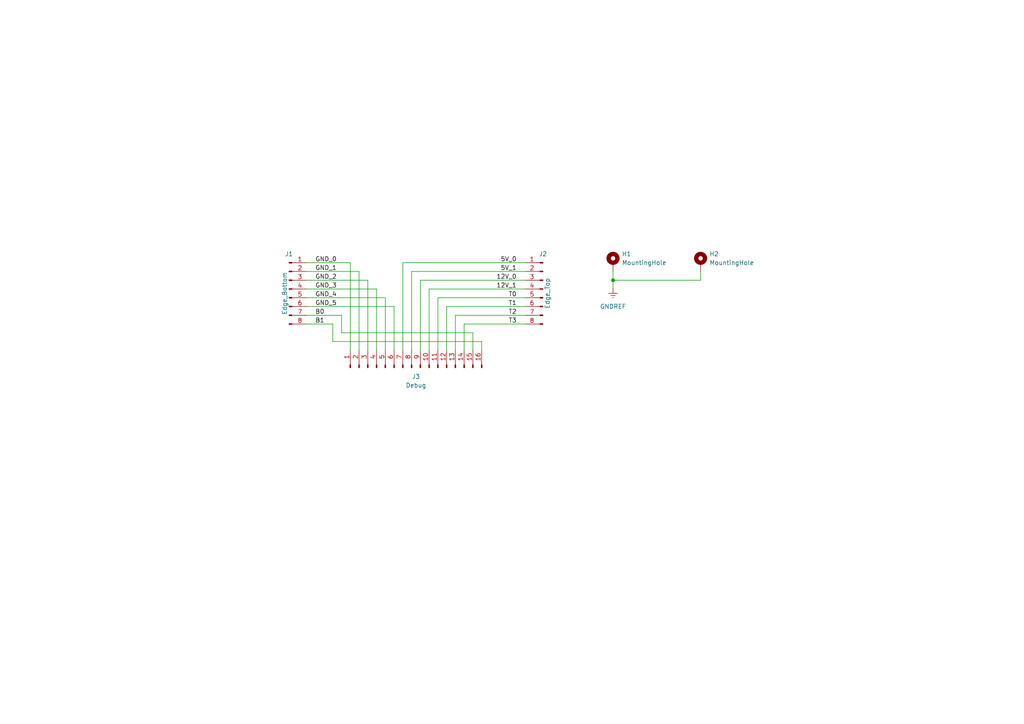
<source format=kicad_sch>
(kicad_sch (version 20250114) (generator "eeschema") (generator_version "9.0")
  (paper "A4")
  (lib_symbols
    (symbol "Connector:Conn_01x08_Pin" (pin_names (offset 1.016) (hide yes))
      (property "Reference" "J" (at 0 10.16 0))
      (property "Value" "Conn_01x08_Pin" (at 0 -12.7 0))
      (symbol "Conn_01x08_Pin_1_1"
        (rectangle (start 0.8636 7.747) (end 0 7.493) (stroke (width 0.1524)) (fill (type outline)))
        (rectangle (start 0.8636 5.207) (end 0 4.953) (stroke (width 0.1524)) (fill (type outline)))
        (rectangle (start 0.8636 2.667) (end 0 2.413) (stroke (width 0.1524)) (fill (type outline)))
        (rectangle (start 0.8636 0.127) (end 0 -0.127) (stroke (width 0.1524)) (fill (type outline)))
        (rectangle (start 0.8636 -2.413) (end 0 -2.667) (stroke (width 0.1524)) (fill (type outline)))
        (rectangle (start 0.8636 -4.953) (end 0 -5.207) (stroke (width 0.1524)) (fill (type outline)))
        (rectangle (start 0.8636 -7.493) (end 0 -7.747) (stroke (width 0.1524)) (fill (type outline)))
        (rectangle (start 0.8636 -10.033) (end 0 -10.287) (stroke (width 0.1524)) (fill (type outline)))
        (polyline (pts (xy 1.27 7.62) (xy 0.8636 7.62)) (stroke (width 0.1524)))
        (polyline (pts (xy 1.27 5.08) (xy 0.8636 5.08)) (stroke (width 0.1524)))
        (polyline (pts (xy 1.27 2.54) (xy 0.8636 2.54)) (stroke (width 0.1524)))
        (polyline (pts (xy 1.27 0) (xy 0.8636 0)) (stroke (width 0.1524)))
        (polyline (pts (xy 1.27 -2.54) (xy 0.8636 -2.54)) (stroke (width 0.1524)))
        (polyline (pts (xy 1.27 -5.08) (xy 0.8636 -5.08)) (stroke (width 0.1524)))
        (polyline (pts (xy 1.27 -7.62) (xy 0.8636 -7.62)) (stroke (width 0.1524)))
        (polyline (pts (xy 1.27 -10.16) (xy 0.8636 -10.16)) (stroke (width 0.1524)))
        (pin passive line (at 5.08 7.62 180) (length 3.81) (name "Pin_1") (number "1"))
        (pin passive line (at 5.08 5.08 180) (length 3.81) (name "Pin_2") (number "2"))
        (pin passive line (at 5.08 2.54 180) (length 3.81) (name "Pin_3") (number "3"))
        (pin passive line (at 5.08 0 180) (length 3.81) (name "Pin_4") (number "4"))
        (pin passive line (at 5.08 -2.54 180) (length 3.81) (name "Pin_5") (number "5"))
        (pin passive line (at 5.08 -5.08 180) (length 3.81) (name "Pin_6") (number "6"))
        (pin passive line (at 5.08 -7.62 180) (length 3.81) (name "Pin_7") (number "7"))
        (pin passive line (at 5.08 -10.16 180) (length 3.81) (name "Pin_8") (number "8"))
      )
    )
    (symbol "Connector:Conn_01x16_Pin" (pin_names (offset 1.016) (hide yes))
      (property "Reference" "J" (at 0 20.32 0))
      (property "Value" "Conn_01x16_Pin" (at 0 -22.86 0))
      (symbol "Conn_01x16_Pin_1_1"
        (rectangle (start 0.8636 17.907) (end 0 17.653) (stroke (width 0.1524)) (fill (type outline)))
        (rectangle (start 0.8636 15.367) (end 0 15.113) (stroke (width 0.1524)) (fill (type outline)))
        (rectangle (start 0.8636 12.827) (end 0 12.573) (stroke (width 0.1524)) (fill (type outline)))
        (rectangle (start 0.8636 10.287) (end 0 10.033) (stroke (width 0.1524)) (fill (type outline)))
        (rectangle (start 0.8636 7.747) (end 0 7.493) (stroke (width 0.1524)) (fill (type outline)))
        (rectangle (start 0.8636 5.207) (end 0 4.953) (stroke (width 0.1524)) (fill (type outline)))
        (rectangle (start 0.8636 2.667) (end 0 2.413) (stroke (width 0.1524)) (fill (type outline)))
        (rectangle (start 0.8636 0.127) (end 0 -0.127) (stroke (width 0.1524)) (fill (type outline)))
        (rectangle (start 0.8636 -2.413) (end 0 -2.667) (stroke (width 0.1524)) (fill (type outline)))
        (rectangle (start 0.8636 -4.953) (end 0 -5.207) (stroke (width 0.1524)) (fill (type outline)))
        (rectangle (start 0.8636 -7.493) (end 0 -7.747) (stroke (width 0.1524)) (fill (type outline)))
        (rectangle (start 0.8636 -10.033) (end 0 -10.287) (stroke (width 0.1524)) (fill (type outline)))
        (rectangle (start 0.8636 -12.573) (end 0 -12.827) (stroke (width 0.1524)) (fill (type outline)))
        (rectangle (start 0.8636 -15.113) (end 0 -15.367) (stroke (width 0.1524)) (fill (type outline)))
        (rectangle (start 0.8636 -17.653) (end 0 -17.907) (stroke (width 0.1524)) (fill (type outline)))
        (rectangle (start 0.8636 -20.193) (end 0 -20.447) (stroke (width 0.1524)) (fill (type outline)))
        (polyline (pts (xy 1.27 17.78) (xy 0.8636 17.78)) (stroke (width 0.1524)))
        (polyline (pts (xy 1.27 15.24) (xy 0.8636 15.24)) (stroke (width 0.1524)))
        (polyline (pts (xy 1.27 12.7) (xy 0.8636 12.7)) (stroke (width 0.1524)))
        (polyline (pts (xy 1.27 10.16) (xy 0.8636 10.16)) (stroke (width 0.1524)))
        (polyline (pts (xy 1.27 7.62) (xy 0.8636 7.62)) (stroke (width 0.1524)))
        (polyline (pts (xy 1.27 5.08) (xy 0.8636 5.08)) (stroke (width 0.1524)))
        (polyline (pts (xy 1.27 2.54) (xy 0.8636 2.54)) (stroke (width 0.1524)))
        (polyline (pts (xy 1.27 0) (xy 0.8636 0)) (stroke (width 0.1524)))
        (polyline (pts (xy 1.27 -2.54) (xy 0.8636 -2.54)) (stroke (width 0.1524)))
        (polyline (pts (xy 1.27 -5.08) (xy 0.8636 -5.08)) (stroke (width 0.1524)))
        (polyline (pts (xy 1.27 -7.62) (xy 0.8636 -7.62)) (stroke (width 0.1524)))
        (polyline (pts (xy 1.27 -10.16) (xy 0.8636 -10.16)) (stroke (width 0.1524)))
        (polyline (pts (xy 1.27 -12.7) (xy 0.8636 -12.7)) (stroke (width 0.1524)))
        (polyline (pts (xy 1.27 -15.24) (xy 0.8636 -15.24)) (stroke (width 0.1524)))
        (polyline (pts (xy 1.27 -17.78) (xy 0.8636 -17.78)) (stroke (width 0.1524)))
        (polyline (pts (xy 1.27 -20.32) (xy 0.8636 -20.32)) (stroke (width 0.1524)))
        (pin passive line (at 5.08 17.78 180) (length 3.81) (name "Pin_1") (number "1"))
        (pin passive line (at 5.08 15.24 180) (length 3.81) (name "Pin_2") (number "2"))
        (pin passive line (at 5.08 12.7 180) (length 3.81) (name "Pin_3") (number "3"))
        (pin passive line (at 5.08 10.16 180) (length 3.81) (name "Pin_4") (number "4"))
        (pin passive line (at 5.08 7.62 180) (length 3.81) (name "Pin_5") (number "5"))
        (pin passive line (at 5.08 5.08 180) (length 3.81) (name "Pin_6") (number "6"))
        (pin passive line (at 5.08 2.54 180) (length 3.81) (name "Pin_7") (number "7"))
        (pin passive line (at 5.08 0 180) (length 3.81) (name "Pin_8") (number "8"))
        (pin passive line (at 5.08 -2.54 180) (length 3.81) (name "Pin_9") (number "9"))
        (pin passive line (at 5.08 -5.08 180) (length 3.81) (name "Pin_10") (number "10"))
        (pin passive line (at 5.08 -7.62 180) (length 3.81) (name "Pin_11") (number "11"))
        (pin passive line (at 5.08 -10.16 180) (length 3.81) (name "Pin_12") (number "12"))
        (pin passive line (at 5.08 -12.7 180) (length 3.81) (name "Pin_13") (number "13"))
        (pin passive line (at 5.08 -15.24 180) (length 3.81) (name "Pin_14") (number "14"))
        (pin passive line (at 5.08 -17.78 180) (length 3.81) (name "Pin_15") (number "15"))
        (pin passive line (at 5.08 -20.32 180) (length 3.81) (name "Pin_16") (number "16"))
      )
    )
    (symbol "Mechanical:MountingHole_Pad" (pin_numbers (hide yes)) (pin_names (offset 1.016) (hide yes)) (in_bom no)
      (property "Reference" "H" (at 0 6.35 0))
      (property "Value" "MountingHole_Pad" (at 0 4.445 0))
      (symbol "MountingHole_Pad_0_1"
        (circle (center 0 1.27) (radius 1.27) (stroke (width 1.27)))
      )
      (symbol "MountingHole_Pad_1_1"
        (pin input line (at 0 -2.54 90) (length 2.54) (name "1") (number "1"))
      )
    )
    (symbol "power:GNDREF" (power) (pin_numbers (hide yes)) (pin_names (offset 0) (hide yes))
      (property "Value" "GNDREF" (at 0 -3.81 0))
      (symbol "GNDREF_0_1"
        (polyline (pts (xy -0.635 -1.905) (xy 0.635 -1.905)))
        (polyline (pts (xy -0.127 -2.54) (xy 0.127 -2.54)))
        (polyline (pts (xy 0 -1.27) (xy 0 0)))
        (polyline (pts (xy 1.27 -1.27) (xy -1.27 -1.27)))
      )
      (symbol "GNDREF_1_1"
        (pin power_in line (at 0 0 270) (length 0) (name "~") (number "1"))
      )
    )
  )
  (junction (at 177.8 81.28))
  (wire (pts (xy 127 86.36) (xy 127 101.6)))
  (wire (pts (xy 119.38 78.74) (xy 119.38 101.6)))
  (wire (pts (xy 152.4 83.82) (xy 124.46 83.82)))
  (wire (pts (xy 99.06 91.44) (xy 88.9 91.44)))
  (wire (pts (xy 114.3 88.9) (xy 114.3 101.6)))
  (wire (pts (xy 177.8 78.74) (xy 177.8 81.28)))
  (wire (pts (xy 96.52 99.06) (xy 96.52 93.98)))
  (wire (pts (xy 139.7 99.06) (xy 139.7 101.6)))
  (wire (pts (xy 88.9 81.28) (xy 106.68 81.28)))
  (wire (pts (xy 88.9 86.36) (xy 111.76 86.36)))
  (wire (pts (xy 88.9 83.82) (xy 109.22 83.82)))
  (wire (pts (xy 129.54 88.9) (xy 129.54 101.6)))
  (wire (pts (xy 132.08 91.44) (xy 132.08 101.6)))
  (wire (pts (xy 96.52 99.06) (xy 139.7 99.06)))
  (wire (pts (xy 106.68 81.28) (xy 106.68 101.6)))
  (wire (pts (xy 124.46 83.82) (xy 124.46 101.6)))
  (wire (pts (xy 203.2 78.74) (xy 203.2 81.28)))
  (wire (pts (xy 152.4 78.74) (xy 119.38 78.74)))
  (wire (pts (xy 137.16 96.52) (xy 137.16 101.6)))
  (wire (pts (xy 116.84 76.2) (xy 116.84 101.6)))
  (wire (pts (xy 111.76 86.36) (xy 111.76 101.6)))
  (wire (pts (xy 152.4 86.36) (xy 127 86.36)))
  (wire (pts (xy 88.9 78.74) (xy 104.14 78.74)))
  (wire (pts (xy 96.52 93.98) (xy 88.9 93.98)))
  (wire (pts (xy 109.22 83.82) (xy 109.22 101.6)))
  (wire (pts (xy 121.92 81.28) (xy 121.92 101.6)))
  (wire (pts (xy 152.4 81.28) (xy 121.92 81.28)))
  (wire (pts (xy 88.9 88.9) (xy 114.3 88.9)))
  (wire (pts (xy 152.4 76.2) (xy 116.84 76.2)))
  (wire (pts (xy 134.62 93.98) (xy 152.4 93.98)))
  (wire (pts (xy 88.9 76.2) (xy 101.6 76.2)))
  (wire (pts (xy 99.06 96.52) (xy 99.06 91.44)))
  (wire (pts (xy 101.6 76.2) (xy 101.6 101.6)))
  (wire (pts (xy 152.4 88.9) (xy 129.54 88.9)))
  (wire (pts (xy 177.8 81.28) (xy 203.2 81.28)))
  (wire (pts (xy 134.62 101.6) (xy 134.62 93.98)))
  (wire (pts (xy 177.8 81.28) (xy 177.8 83.82)))
  (wire (pts (xy 99.06 96.52) (xy 137.16 96.52)))
  (wire (pts (xy 132.08 91.44) (xy 152.4 91.44)))
  (wire (pts (xy 104.14 78.74) (xy 104.14 101.6)))
  (label "T0" (at 149.86 86.36 180))
  (label "GND_2" (at 91.44 81.28 0))
  (label "5V_0" (at 149.86 76.2 180))
  (label "GND_3" (at 91.44 83.82 0))
  (label "B1" (at 91.44 93.98 0))
  (label "GND_5" (at 91.44 88.9 0))
  (label "12V_1" (at 149.86 83.82 180))
  (label "GND_1" (at 91.44 78.74 0))
  (label "12V_0" (at 149.86 81.28 180))
  (label "T1" (at 149.86 88.9 180))
  (label "T3" (at 149.86 93.98 180))
  (label "GND_4" (at 91.44 86.36 0))
  (label "T2" (at 149.86 91.44 180))
  (label "5V_1" (at 149.86 78.74 180))
  (label "GND_0" (at 91.44 76.2 0))
  (label "B0" (at 91.44 91.44 0))
  (symbol (lib_id "Connector:Conn_01x08_Pin") (at 83.82 83.82 0) (unit 1)
    (property "Reference" "J1" (at 83.82 73.66 0))
    (property "Value" "Edge_Bottom" (at 82.55 85.09 90))
    (property "Footprint" "Project:Edge_Bottom" (effects (hide yes)))
    (property "Description" "Generic connector, single row, 01x08, script generated" (effects (hide yes)))
  )
  (symbol (lib_id "Connector:Conn_01x08_Pin") (at 157.48 83.82 0) (mirror y) (unit 1)
    (property "Reference" "J2" (at 157.48 73.66 0))
    (property "Value" "Edge_Top" (at 158.75 85.09 90))
    (property "Footprint" "Project:Edge_Top" (effects (hide yes)))
    (property "Description" "Generic connector, single row, 01x08, script generated" (effects (hide yes)))
  )
  (symbol (lib_id "power:GNDREF") (at 177.8 83.82 0) (unit 1)
    (property "Reference" "#PWR01" (effects (hide yes)))
    (property "Value" "GNDREF" (at 177.8 88.9 0))
    (property "Description" "Power symbol creates a global label with name \"GNDREF\" , reference supply ground" (effects (hide yes)))
  )
  (symbol (lib_id "Mechanical:MountingHole_Pad") (at 177.8 76.2 0) (unit 1) (in_bom no)
    (property "Reference" "H1" (at 180.34 73.6599 0) (effects (justify left)))
    (property "Value" "MountingHole" (at 180.34 76.1999 0) (effects (justify left)))
    (property "Footprint" "MountingHole:MountingHole_3.2mm_M3_ISO7380_Pad" (effects (hide yes)))
    (property "Description" "Mounting Hole with connection" (effects (hide yes)))
  )
  (symbol (lib_id "Connector:Conn_01x16_Pin") (at 119.38 106.68 90) (unit 1)
    (property "Reference" "J3" (at 120.65 109.22 90))
    (property "Value" "Debug" (at 120.65 111.76 90))
    (property "Footprint" "Connector_PinHeader_2.54mm:PinHeader_1x16_P2.54mm_Vertical" (effects (hide yes)))
    (property "Description" "Generic connector, single row, 01x16, script generated" (effects (hide yes)))
  )
  (symbol (lib_id "Mechanical:MountingHole_Pad") (at 203.2 76.2 0) (unit 1) (in_bom no)
    (property "Reference" "H2" (at 205.74 73.6599 0) (effects (justify left)))
    (property "Value" "MountingHole" (at 205.74 76.1999 0) (effects (justify left)))
    (property "Footprint" "MountingHole:MountingHole_3.2mm_M3_ISO7380_Pad" (effects (hide yes)))
    (property "Description" "Mounting Hole with connection" (effects (hide yes)))
  )
)
</source>
